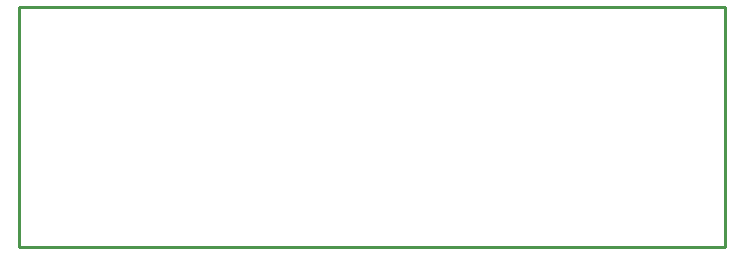
<source format=gko>
G04*
G04 #@! TF.GenerationSoftware,Altium Limited,Altium Designer,19.1.8 (144)*
G04*
G04 Layer_Color=16711935*
%FSLAX25Y25*%
%MOIN*%
G70*
G01*
G75*
%ADD12C,0.01000*%
D12*
X16500Y75000D02*
X227500D01*
X-7900Y-5000D02*
Y75000D01*
X16500D01*
Y-5000D02*
X227500D01*
X-7900D02*
X16500D01*
X227500D02*
X227500Y75000D01*
M02*

</source>
